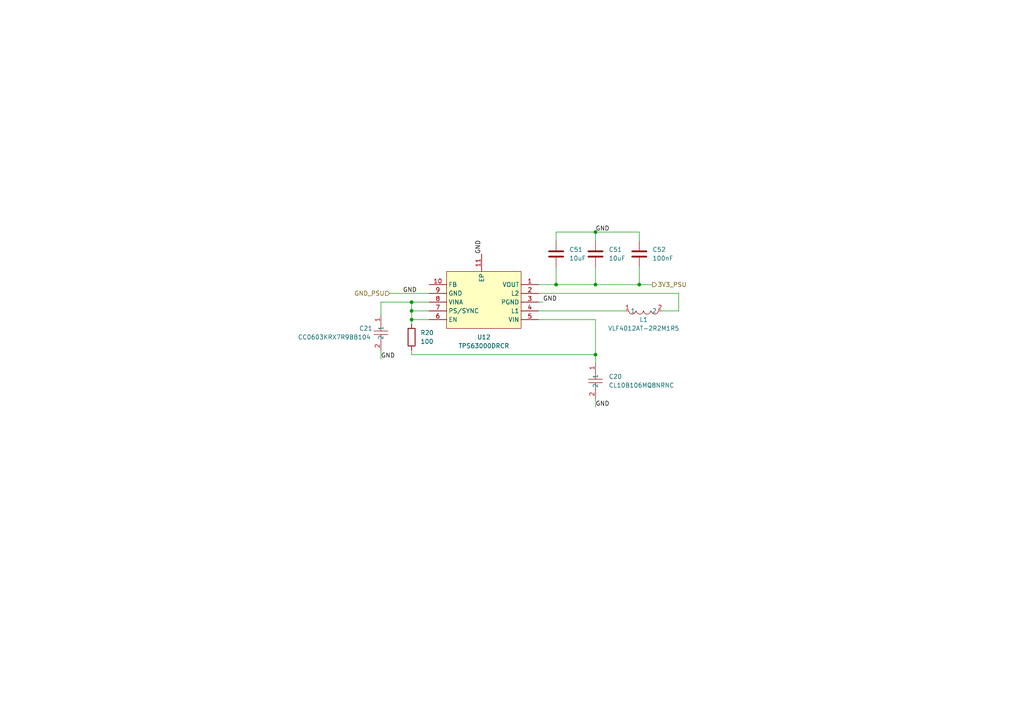
<source format=kicad_sch>
(kicad_sch (version 20250114) (generator "eeschema") (generator_version "9.0")
  (paper "A4")
  (lib_symbols
    (symbol "Device:C" (pin_numbers (hide yes)) (pin_names (offset 0.254))
      (property "Reference" "C" (at 0.635 2.54 0))
      (property "Value" "C" (at 0.635 -2.54 0))
      (symbol "C_0_1"
        (polyline (pts (xy -2.032 0.762) (xy 2.032 0.762)) (stroke (width 0.508)))
        (polyline (pts (xy -2.032 -0.762) (xy 2.032 -0.762)) (stroke (width 0.508)))
      )
      (symbol "C_1_1"
        (pin passive line (at 0 3.81 270) (length 2.794) (name "~") (number "1"))
        (pin passive line (at 0 -3.81 90) (length 2.794) (name "~") (number "2"))
      )
    )
    (symbol "Device:R" (pin_numbers (hide yes)) (pin_names (offset 0))
      (property "Reference" "R" (at 2.032 0 90))
      (property "Value" "R" (at 0 0 90))
      (symbol "R_0_1"
        (rectangle (start -1.016 -2.54) (end 1.016 2.54) (stroke (width 0.254)))
      )
      (symbol "R_1_1"
        (pin passive line (at 0 3.81 270) (length 1.27) (name "~") (number "1"))
        (pin passive line (at 0 -3.81 90) (length 1.27) (name "~") (number "2"))
      )
    )
    (symbol "easyeda2kicad:CC0603KRX7R9BB104"
      (property "Reference" "C" (at 0 5.08 0))
      (property "Value" "CC0603KRX7R9BB104" (at 0 -5.08 0))
      (symbol "CC0603KRX7R9BB104_0_1"
        (polyline (pts (xy -0.51 0) (xy -2.54 0)))
        (polyline (pts (xy -0.51 -2.03) (xy -0.51 2.03)))
        (polyline (pts (xy 0.51 2.03) (xy 0.51 -2.03)))
        (polyline (pts (xy 2.54 0) (xy 0.51 0)))
        (pin unspecified line (at -5.08 0 0) (length 2.54) (name "1") (number "1"))
        (pin unspecified line (at 5.08 0 180) (length 2.54) (name "2") (number "2"))
      )
    )
    (symbol "easyeda2kicad:CL10B106MQ8NRNC"
      (property "Reference" "C" (at 0 81.28 0))
      (property "Value" "CL10B106MQ8NRNC" (at 0 71.12 0))
      (symbol "CL10B106MQ8NRNC_0_1"
        (polyline (pts (xy -102.11 76.2) (xy -104.14 76.2)))
        (polyline (pts (xy -102.11 74.17) (xy -102.11 78.23)))
        (polyline (pts (xy -101.09 78.23) (xy -101.09 74.17)))
        (polyline (pts (xy -99.06 76.2) (xy -101.09 76.2)))
        (pin unspecified line (at -106.68 76.2 0) (length 2.54) (name "1") (number "1"))
        (pin unspecified line (at -96.52 76.2 180) (length 2.54) (name "2") (number "2"))
      )
    )
    (symbol "easyeda2kicad:VLF4012AT-2R2M1R5"
      (property "Reference" "L" (at 0 5.08 0))
      (property "Value" "VLF4012AT-2R2M1R5" (at 0 -5.08 0))
      (symbol "VLF4012AT-2R2M1R5_0_1"
        (arc (start -2.27 -0.02) (mid -3.28 -0.9427) (end -4.29 -0.02))
        (arc (start -0.11 -0.02) (mid -1.12 -0.9471) (end -2.13 -0.02))
        (arc (start 2.04 -0.02) (mid 1.03 -0.9471) (end 0.02 -0.02))
        (arc (start 4.23 -0.02) (mid 3.22 -0.9471) (end 2.21 -0.02))
        (pin unspecified line (at -5.08 0 0) (length 0.762) (name "1") (number "1"))
        (pin unspecified line (at 5.08 0 180) (length 0.762) (name "2") (number "2"))
      )
    )
    (symbol "jlcpcb_parts:TPS63000DRCR"
      (property "Reference" "U" (at 0 15.24 0))
      (property "Value" "TPS63000DRCR" (at 0 -13.97 0))
      (symbol "TPS63000DRCR_0_1"
        (rectangle (start -11.43 5.08) (end 10.16 -11.43) (fill (type background)))
        (pin output line (at -16.51 1.27 0) (length 5.08) (name "VOUT") (number "1"))
        (pin unspecified line (at -16.51 -1.27 0) (length 5.08) (name "L2") (number "2"))
        (pin unspecified line (at -16.51 -3.81 0) (length 5.08) (name "PGND") (number "3"))
        (pin unspecified line (at -16.51 -6.35 0) (length 5.08) (name "L1") (number "4"))
        (pin power_in line (at -16.51 -8.89 0) (length 5.08) (name "VIN") (number "5"))
        (pin unspecified line (at 0 10.16 270) (length 5.08) (name "EP") (number "11"))
        (pin input line (at 15.24 1.27 180) (length 5.08) (name "FB") (number "10"))
        (pin unspecified line (at 15.24 -1.27 180) (length 5.08) (name "GND") (number "9"))
        (pin power_in line (at 15.24 -3.81 180) (length 5.08) (name "VINA") (number "8"))
        (pin input line (at 15.24 -6.35 180) (length 5.08) (name "PS/SYNC") (number "7"))
        (pin input line (at 15.24 -8.89 180) (length 5.08) (name "EN") (number "6"))
      )
    )
  )
  (junction (at 119.38 90.17))
  (junction (at 185.42 82.55))
  (junction (at 172.72 67.31))
  (junction (at 119.38 92.71))
  (junction (at 161.29 82.55))
  (junction (at 119.38 87.63))
  (junction (at 172.72 102.87))
  (junction (at 172.72 82.55))
  (wire (pts (xy 191.77 90.17) (xy 196.85 90.17)))
  (wire (pts (xy 185.42 82.55) (xy 189.23 82.55)))
  (wire (pts (xy 119.38 90.17) (xy 124.46 90.17)))
  (wire (pts (xy 172.72 102.87) (xy 172.72 105.41)))
  (wire (pts (xy 185.42 67.31) (xy 185.42 69.85)))
  (wire (pts (xy 119.38 92.71) (xy 124.46 92.71)))
  (wire (pts (xy 156.21 92.71) (xy 172.72 92.71)))
  (wire (pts (xy 119.38 87.63) (xy 110.49 87.63)))
  (wire (pts (xy 119.38 92.71) (xy 119.38 93.98)))
  (wire (pts (xy 156.21 85.09) (xy 196.85 85.09)))
  (wire (pts (xy 110.49 87.63) (xy 110.49 91.44)))
  (wire (pts (xy 185.42 82.55) (xy 185.42 77.47)))
  (wire (pts (xy 172.72 67.31) (xy 185.42 67.31)))
  (wire (pts (xy 172.72 92.71) (xy 172.72 102.87)))
  (wire (pts (xy 161.29 69.85) (xy 161.29 67.31)))
  (wire (pts (xy 124.46 87.63) (xy 119.38 87.63)))
  (wire (pts (xy 172.72 115.57) (xy 172.72 118.11)))
  (wire (pts (xy 161.29 77.47) (xy 161.29 82.55)))
  (wire (pts (xy 110.49 101.6) (xy 110.49 104.14)))
  (wire (pts (xy 172.72 82.55) (xy 185.42 82.55)))
  (wire (pts (xy 119.38 101.6) (xy 119.38 102.87)))
  (wire (pts (xy 196.85 90.17) (xy 196.85 85.09)))
  (wire (pts (xy 119.38 87.63) (xy 119.38 90.17)))
  (wire (pts (xy 156.21 90.17) (xy 181.61 90.17)))
  (wire (pts (xy 113.03 85.09) (xy 124.46 85.09)))
  (wire (pts (xy 156.21 82.55) (xy 161.29 82.55)))
  (wire (pts (xy 172.72 77.47) (xy 172.72 82.55)))
  (wire (pts (xy 119.38 102.87) (xy 172.72 102.87)))
  (wire (pts (xy 172.72 67.31) (xy 172.72 69.85)))
  (wire (pts (xy 156.21 87.63) (xy 157.48 87.63)))
  (wire (pts (xy 119.38 90.17) (xy 119.38 92.71)))
  (wire (pts (xy 161.29 67.31) (xy 172.72 67.31)))
  (wire (pts (xy 161.29 82.55) (xy 172.72 82.55)))
  (label "GND" (at 116.84 85.09 0))
  (label "GND" (at 172.72 67.31 0))
  (label "GND" (at 172.72 118.11 0))
  (label "GND" (at 110.49 104.14 0))
  (label "GND" (at 157.48 87.63 0))
  (label "GND" (at 139.7 73.66 90))
  (hierarchical_label "3V3_PSU" (shape output) (at 189.23 82.55 0))
  (hierarchical_label "GND_PSU" (shape input) (at 113.03 85.09 180))
  (symbol (lib_id "Device:R") (at 119.38 97.79 0) (unit 1)
    (property "Reference" "R20" (at 121.92 96.5199 0) (effects (justify left)))
    (property "Value" "100" (at 121.92 99.0599 0) (effects (justify left)))
    (property "Description" "Resistor SMD 100 Ω" (effects (hide yes)))
  )
  (symbol (lib_id "easyeda2kicad:CC0603KRX7R9BB104") (at 110.49 96.52 270) (unit 1)
    (property "Reference" "C21" (at 104.14 95.25 90) (effects (justify left)))
    (property "Value" "CC0603KRX7R9BB104" (at 86.36 97.79 90) (effects (justify left)))
    (property "Footprint" "easyeda2kicad:C0603" (effects (hide yes)))
    (property "Datasheet" "https://lcsc.com/product-detail/Multilayer-Ceramic-Capacitors-MLCC-SMD-SMT_100nF-104-10-50V_C14663.html" (effects (hide yes)))
    (property "LCSC Part" "C14663" (effects (hide yes)))
  )
  (symbol (lib_id "jlcpcb_parts:TPS63000DRCR") (at 139.7 83.82 0) (mirror y) (unit 1)
    (property "Reference" "U3" (at 140.335 97.79 0))
    (property "Value" "TPS63000DRCR" (at 140.335 100.33 0))
    (property "Footprint" "jlcpcb_parts:SON-10_L3.1-W3.1-P0.50-TL-EP" (effects (hide yes)))
    (property "Datasheet" "https://lcsc.com/product-detail/DC-DC-Converters_TI_TPS63000DRCR_TPS63000DRCR_C24966.html" (effects (hide yes)))
    (property "LCSC Part" "C24966" (effects (hide yes)))
    (instances (project "aives_touch_sense_v1" (path "" (reference "U12") (unit 1))) (project "aives_touch_sense_v1" (path "" (reference "U3") (unit 1))))
  )
  (symbol (lib_id "Device:C") (at 185.42 73.66 0) (unit 1)
    (property "Reference" "C19" (at 189.23 72.3899 0) (effects (justify left)))
    (property "Value" "100nF" (at 189.23 74.9299 0) (effects (justify left)))
    (property "Footprint" "easyeda2kicad:C0603" (effects (hide yes)))
    (property "Description" "6.3 V, 0603, X7R ceramic" (effects (hide yes)))
    (instances (project "aives_touch_sense_v1" (path "" (reference "C52") (unit 1)) (path "" (reference "C60") (unit 1)) (path "" (reference "C49") (unit 1)) (path "" (reference "C7") (unit 1))) (project "SeatracAir" (path "" (reference "C7") (unit 1))) (project "aives_touch_sense_v1" (path "" (reference "C19") (unit 1))))
  )
  (symbol (lib_id "Device:C") (at 172.72 73.66 0) (unit 1)
    (property "Reference" "C18" (at 176.53 72.3899 0) (effects (justify left)))
    (property "Value" "10uF" (at 176.53 74.9299 0) (effects (justify left)))
    (property "Footprint" "easyeda2kicad:C0603" (effects (hide yes)))
    (property "Description" "10 μF 6.3 V, 0603, X7R ceramic" (effects (hide yes)))
    (instances (project "aives_touch_sense_v1" (path "" (reference "C51") (unit 1)) (path "" (reference "C59") (unit 1)) (path "" (reference "C49") (unit 1)) (path "" (reference "C7") (unit 1))) (project "SeatracAir" (path "" (reference "C7") (unit 1))) (project "aives_touch_sense_v1" (path "" (reference "C18") (unit 1))))
  )
  (symbol (lib_id "easyeda2kicad:VLF4012AT-2R2M1R5") (at 186.69 90.17 0) (unit 1)
    (property "Reference" "L1" (at 186.69 92.71 0))
    (property "Value" "VLF4012AT-2R2M1R5" (at 186.69 95.25 0))
    (property "Footprint" "easyeda2kicad:IND-SMD_L4.0-W4.0" (effects (hide yes)))
    (property "Datasheet" "https://lcsc.com/product-detail/Power-Inductors_TDK-VLF4012AT-2R2M1R5_C307846.html" (effects (hide yes)))
    (property "LCSC Part" "C307846" (effects (hide yes)))
  )
  (symbol (lib_id "Device:C") (at 161.29 73.66 0) (unit 1)
    (property "Reference" "C17" (at 165.1 72.3899 0) (effects (justify left)))
    (property "Value" "10uF" (at 165.1 74.9299 0) (effects (justify left)))
    (property "Footprint" "easyeda2kicad:C0603" (effects (hide yes)))
    (property "Description" "10 μF 6.3 V, 0603, X7R ceramic" (effects (hide yes)))
    (instances (project "aives_touch_sense_v1" (path "" (reference "C51") (unit 1)) (path "" (reference "C61") (unit 1)) (path "" (reference "C49") (unit 1)) (path "" (reference "C7") (unit 1))) (project "SeatracAir" (path "" (reference "C7") (unit 1))) (project "aives_touch_sense_v1" (path "" (reference "C17") (unit 1))))
  )
  (symbol (lib_id "easyeda2kicad:CL10B106MQ8NRNC") (at 96.52 212.09 270) (unit 1)
    (property "Reference" "C20" (at 176.53 109.2199 90) (effects (justify left)))
    (property "Value" "CL10B106MQ8NRNC" (at 176.53 111.7599 90) (effects (justify left)))
    (property "Footprint" "easyeda2kicad:C0603" (effects (hide yes)))
    (property "LCSC Part" "C3039698" (effects (hide yes)))
  )
)
</source>
